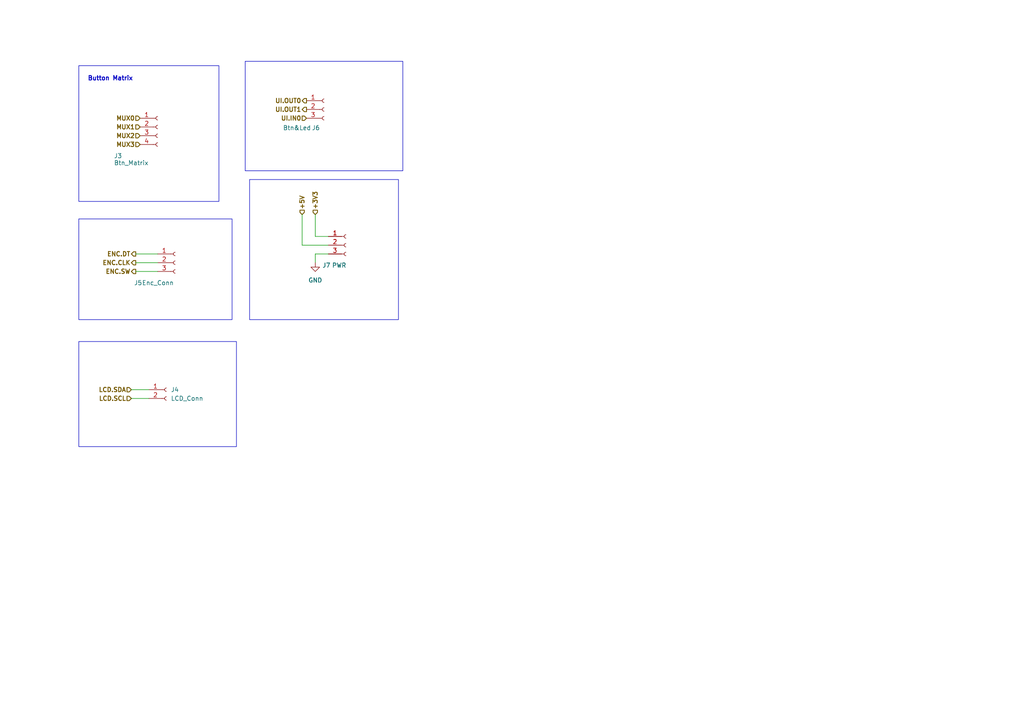
<source format=kicad_sch>
(kicad_sch (version 20231120) (generator "eeschema") (generator_version "8.0")
  (paper "A4")
  (lib_symbols
    (symbol "Connector:Conn_01x02_Socket" (pin_names (offset 1.016) hide)
      (property "Reference" "J" (at 0 2.54 0))
      (property "Value" "Conn_01x02_Socket" (at 0 -5.08 0))
      (symbol "Conn_01x02_Socket_1_1"
        (arc (start 0 -2.032) (mid -0.5058 -2.54) (end 0 -3.048) (stroke (width 0.1524)))
        (polyline (pts (xy -1.27 -2.54) (xy -0.508 -2.54)) (stroke (width 0.1524)))
        (polyline (pts (xy -1.27 0) (xy -0.508 0)) (stroke (width 0.1524)))
        (arc (start 0 0.508) (mid -0.5058 0) (end 0 -0.508) (stroke (width 0.1524)))
        (pin passive line (at -5.08 0 0) (length 3.81) (name "Pin_1") (number "1"))
        (pin passive line (at -5.08 -2.54 0) (length 3.81) (name "Pin_2") (number "2"))
      )
    )
    (symbol "Connector:Conn_01x03_Socket" (pin_names (offset 1.016) hide)
      (property "Reference" "J" (at 0 5.08 0))
      (property "Value" "Conn_01x03_Socket" (at 0 -5.08 0))
      (symbol "Conn_01x03_Socket_1_1"
        (arc (start 0 -2.032) (mid -0.5058 -2.54) (end 0 -3.048) (stroke (width 0.1524)))
        (polyline (pts (xy -1.27 -2.54) (xy -0.508 -2.54)) (stroke (width 0.1524)))
        (polyline (pts (xy -1.27 0) (xy -0.508 0)) (stroke (width 0.1524)))
        (polyline (pts (xy -1.27 2.54) (xy -0.508 2.54)) (stroke (width 0.1524)))
        (arc (start 0 0.508) (mid -0.5058 0) (end 0 -0.508) (stroke (width 0.1524)))
        (arc (start 0 3.048) (mid -0.5058 2.54) (end 0 2.032) (stroke (width 0.1524)))
        (pin passive line (at -5.08 2.54 0) (length 3.81) (name "Pin_1") (number "1"))
        (pin passive line (at -5.08 0 0) (length 3.81) (name "Pin_2") (number "2"))
        (pin passive line (at -5.08 -2.54 0) (length 3.81) (name "Pin_3") (number "3"))
      )
    )
    (symbol "Connector:Conn_01x04_Socket" (pin_names (offset 1.016) hide)
      (property "Reference" "J" (at 0 5.08 0))
      (property "Value" "Conn_01x04_Socket" (at 0 -7.62 0))
      (symbol "Conn_01x04_Socket_1_1"
        (arc (start 0 -4.572) (mid -0.5058 -5.08) (end 0 -5.588) (stroke (width 0.1524)))
        (arc (start 0 -2.032) (mid -0.5058 -2.54) (end 0 -3.048) (stroke (width 0.1524)))
        (polyline (pts (xy -1.27 -5.08) (xy -0.508 -5.08)) (stroke (width 0.1524)))
        (polyline (pts (xy -1.27 -2.54) (xy -0.508 -2.54)) (stroke (width 0.1524)))
        (polyline (pts (xy -1.27 0) (xy -0.508 0)) (stroke (width 0.1524)))
        (polyline (pts (xy -1.27 2.54) (xy -0.508 2.54)) (stroke (width 0.1524)))
        (arc (start 0 0.508) (mid -0.5058 0) (end 0 -0.508) (stroke (width 0.1524)))
        (arc (start 0 3.048) (mid -0.5058 2.54) (end 0 2.032) (stroke (width 0.1524)))
        (pin passive line (at -5.08 2.54 0) (length 3.81) (name "Pin_1") (number "1"))
        (pin passive line (at -5.08 0 0) (length 3.81) (name "Pin_2") (number "2"))
        (pin passive line (at -5.08 -2.54 0) (length 3.81) (name "Pin_3") (number "3"))
        (pin passive line (at -5.08 -5.08 0) (length 3.81) (name "Pin_4") (number "4"))
      )
    )
    (symbol "power:GND" (power) (pin_numbers hide) (pin_names (offset 0) hide)
      (property "Value" "GND" (at 0 -3.81 0))
      (symbol "GND_0_1"
        (polyline (pts (xy 0 0) (xy 0 -1.27) (xy 1.27 -1.27) (xy 0 -2.54) (xy -1.27 -1.27) (xy 0 -1.27)))
      )
      (symbol "GND_1_1"
        (pin power_in line (at 0 0 270) (length 0) (name "~") (number "1"))
      )
    )
  )
  (wire (pts (xy 38.1 115.57) (xy 43.18 115.57)))
  (wire (pts (xy 39.37 73.66) (xy 45.72 73.66)))
  (wire (pts (xy 38.1 113.03) (xy 43.18 113.03)))
  (wire (pts (xy 39.37 78.74) (xy 45.72 78.74)))
  (wire (pts (xy 87.63 71.12) (xy 95.25 71.12)))
  (wire (pts (xy 91.44 76.2) (xy 91.44 73.66)))
  (wire (pts (xy 91.44 68.58) (xy 95.25 68.58)))
  (wire (pts (xy 91.44 73.66) (xy 95.25 73.66)))
  (wire (pts (xy 91.44 62.23) (xy 91.44 68.58)))
  (wire (pts (xy 39.37 76.2) (xy 45.72 76.2)))
  (wire (pts (xy 87.63 62.23) (xy 87.63 71.12)))
  (rectangle (start 72.39 52.07) (end 115.57 92.71))
  (rectangle (start 22.86 19.05) (end 63.5 58.42))
  (rectangle (start 71.12 17.78) (end 116.84 49.53))
  (rectangle (start 22.86 63.5) (end 67.31 92.71))
  (rectangle (start 22.86 99.06) (end 68.58 129.54))
  (text "Button Matrix\n" (at 32.004 22.86 0) (effects (font (size 1.27 1.27) (bold yes))))
  (hierarchical_label "ENC.CLK" (shape output) (at 39.37 76.2 180) (effects (font (bold yes))))
  (hierarchical_label "MUX2" (shape input) (at 40.64 39.37 180) (effects (font (bold yes))))
  (hierarchical_label "+5V" (shape input) (at 87.63 62.23 90) (effects (font (bold yes))))
  (hierarchical_label "MUX0" (shape input) (at 40.64 34.29 180) (effects (font (bold yes))))
  (hierarchical_label "UI.IN0" (shape input) (at 88.9 34.29 180) (effects (font (bold yes))))
  (hierarchical_label "MUX1" (shape input) (at 40.64 36.83 180) (effects (font (bold yes))))
  (hierarchical_label "ENC.DT" (shape output) (at 39.37 73.66 180) (effects (font (bold yes))))
  (hierarchical_label "UI.OUT1" (shape output) (at 88.9 31.75 180) (effects (font (bold yes))))
  (hierarchical_label "LCD.SDA" (shape input) (at 38.1 113.03 180) (effects (font (bold yes))))
  (hierarchical_label "ENC.SW" (shape output) (at 39.37 78.74 180) (effects (font (bold yes))))
  (hierarchical_label "+3V3" (shape input) (at 91.44 62.23 90) (effects (font (thickness 0.254) (bold yes))))
  (hierarchical_label "UI.OUT0" (shape output) (at 88.9 29.21 180) (effects (font (bold yes))))
  (hierarchical_label "LCD.SCL" (shape input) (at 38.1 115.57 180) (effects (font (bold yes))))
  (hierarchical_label "MUX3" (shape input) (at 40.64 41.91 180) (effects (font (bold yes))))
  (symbol (lib_id "Connector:Conn_01x02_Socket") (at 48.26 113.03 0) (unit 1)
    (property "Reference" "J4" (at 49.53 113.0299 0) (effects (justify left)))
    (property "Value" "LCD_Conn" (at 49.53 115.5699 0) (effects (justify left)))
    (property "Footprint" "Connector_PinHeader_2.54mm:PinHeader_1x02_P2.54mm_Vertical" (effects (hide yes)))
    (property "Description" "Generic connector, single row, 01x02, script generated" (effects (hide yes)))
  )
  (symbol (lib_id "Connector:Conn_01x03_Socket") (at 50.8 76.2 0) (unit 1)
    (property "Reference" "J5" (at 38.862 82.042 0) (effects (justify left)))
    (property "Value" "Enc_Conn" (at 41.148 82.042 0) (effects (justify left)))
    (property "Footprint" "Connector_PinHeader_2.54mm:PinHeader_1x03_P2.54mm_Vertical" (effects (hide yes)))
    (property "Description" "Generic connector, single row, 01x03, script generated" (effects (hide yes)))
  )
  (symbol (lib_id "Connector:Conn_01x03_Socket") (at 100.33 71.12 0) (unit 1)
    (property "Reference" "J7" (at 93.472 76.962 0) (effects (justify left)))
    (property "Value" "PWR" (at 96.266 76.962 0) (effects (justify left)))
    (property "Footprint" "Connector_PinHeader_2.54mm:PinHeader_1x03_P2.54mm_Vertical" (effects (hide yes)))
    (property "Description" "Generic connector, single row, 01x03, script generated" (effects (hide yes)))
  )
  (symbol (lib_id "Connector:Conn_01x04_Socket") (at 45.72 36.83 0) (unit 1)
    (property "Reference" "J3" (at 33.02 45.2121 0) (effects (justify left)))
    (property "Value" "Btn_Matrix" (at 33.02 47.244 0) (effects (justify left)))
    (property "Footprint" "Connector_PinSocket_2.54mm:PinSocket_1x04_P2.54mm_Vertical" (effects (hide yes)))
    (property "Description" "Generic connector, single row, 01x04, script generated" (effects (hide yes)))
  )
  (symbol (lib_id "Connector:Conn_01x03_Socket") (at 93.98 31.75 0) (unit 1)
    (property "Reference" "J6" (at 90.424 37.084 0) (effects (justify left)))
    (property "Value" "Btn&Led" (at 82.042 37.084 0) (effects (justify left)))
    (property "Footprint" "Connector_PinHeader_2.54mm:PinHeader_1x03_P2.54mm_Vertical" (effects (hide yes)))
    (property "Description" "Generic connector, single row, 01x03, script generated" (effects (hide yes)))
  )
  (symbol (lib_id "power:GND") (at 91.44 76.2 0) (unit 1)
    (property "Reference" "#PWR034" (effects (hide yes)))
    (property "Value" "GND" (at 91.44 81.28 0))
    (property "Description" "Power symbol creates a global label with name \"GND\" , ground" (effects (hide yes)))
  )
)
</source>
